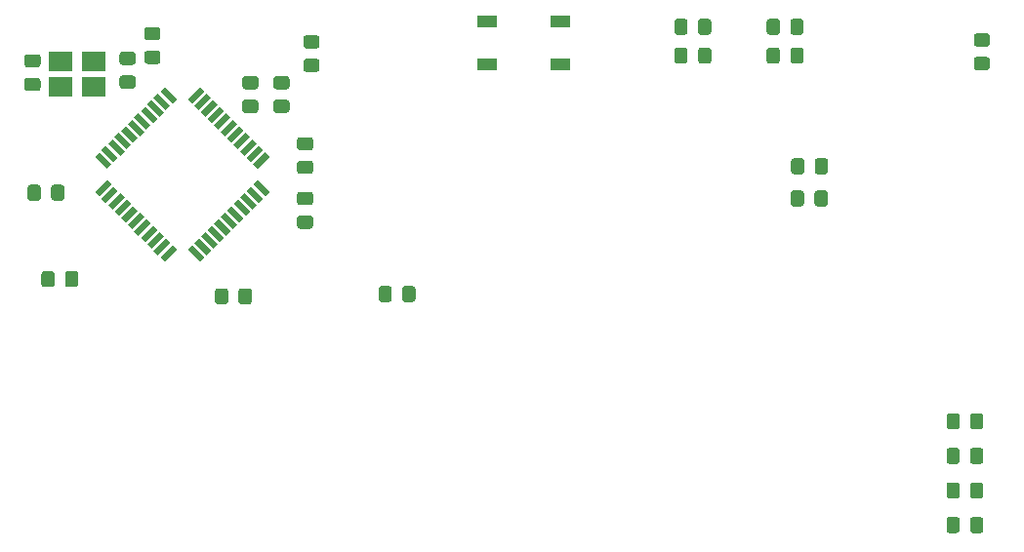
<source format=gbr>
%TF.GenerationSoftware,KiCad,Pcbnew,(5.1.6)-1*%
%TF.CreationDate,2020-09-27T19:15:20-04:00*%
%TF.ProjectId,keybored,6b657962-6f72-4656-942e-6b696361645f,rev?*%
%TF.SameCoordinates,Original*%
%TF.FileFunction,Paste,Top*%
%TF.FilePolarity,Positive*%
%FSLAX46Y46*%
G04 Gerber Fmt 4.6, Leading zero omitted, Abs format (unit mm)*
G04 Created by KiCad (PCBNEW (5.1.6)-1) date 2020-09-27 19:15:20*
%MOMM*%
%LPD*%
G01*
G04 APERTURE LIST*
%ADD10R,2.100000X1.800000*%
%ADD11C,0.100000*%
%ADD12R,1.700000X1.000000*%
G04 APERTURE END LIST*
%TO.C,R7*%
G36*
G01*
X296925000Y-99749999D02*
X296925000Y-100650001D01*
G75*
G02*
X296675001Y-100900000I-249999J0D01*
G01*
X296024999Y-100900000D01*
G75*
G02*
X295775000Y-100650001I0J249999D01*
G01*
X295775000Y-99749999D01*
G75*
G02*
X296024999Y-99500000I249999J0D01*
G01*
X296675001Y-99500000D01*
G75*
G02*
X296925000Y-99749999I0J-249999D01*
G01*
G37*
G36*
G01*
X294875000Y-99749999D02*
X294875000Y-100650001D01*
G75*
G02*
X294625001Y-100900000I-249999J0D01*
G01*
X293974999Y-100900000D01*
G75*
G02*
X293725000Y-100650001I0J249999D01*
G01*
X293725000Y-99749999D01*
G75*
G02*
X293974999Y-99500000I249999J0D01*
G01*
X294625001Y-99500000D01*
G75*
G02*
X294875000Y-99749999I0J-249999D01*
G01*
G37*
%TD*%
%TO.C,R11*%
G36*
G01*
X329500000Y-89550001D02*
X329500000Y-88649999D01*
G75*
G02*
X329749999Y-88400000I249999J0D01*
G01*
X330400001Y-88400000D01*
G75*
G02*
X330650000Y-88649999I0J-249999D01*
G01*
X330650000Y-89550001D01*
G75*
G02*
X330400001Y-89800000I-249999J0D01*
G01*
X329749999Y-89800000D01*
G75*
G02*
X329500000Y-89550001I0J249999D01*
G01*
G37*
G36*
G01*
X331550000Y-89550001D02*
X331550000Y-88649999D01*
G75*
G02*
X331799999Y-88400000I249999J0D01*
G01*
X332450001Y-88400000D01*
G75*
G02*
X332700000Y-88649999I0J-249999D01*
G01*
X332700000Y-89550001D01*
G75*
G02*
X332450001Y-89800000I-249999J0D01*
G01*
X331799999Y-89800000D01*
G75*
G02*
X331550000Y-89550001I0J249999D01*
G01*
G37*
%TD*%
%TO.C,R10*%
G36*
G01*
X331525000Y-92350001D02*
X331525000Y-91449999D01*
G75*
G02*
X331774999Y-91200000I249999J0D01*
G01*
X332425001Y-91200000D01*
G75*
G02*
X332675000Y-91449999I0J-249999D01*
G01*
X332675000Y-92350001D01*
G75*
G02*
X332425001Y-92600000I-249999J0D01*
G01*
X331774999Y-92600000D01*
G75*
G02*
X331525000Y-92350001I0J249999D01*
G01*
G37*
G36*
G01*
X329475000Y-92350001D02*
X329475000Y-91449999D01*
G75*
G02*
X329724999Y-91200000I249999J0D01*
G01*
X330375001Y-91200000D01*
G75*
G02*
X330625000Y-91449999I0J-249999D01*
G01*
X330625000Y-92350001D01*
G75*
G02*
X330375001Y-92600000I-249999J0D01*
G01*
X329724999Y-92600000D01*
G75*
G02*
X329475000Y-92350001I0J249999D01*
G01*
G37*
%TD*%
%TO.C,C7*%
G36*
G01*
X274550001Y-78175000D02*
X273649999Y-78175000D01*
G75*
G02*
X273400000Y-77925001I0J249999D01*
G01*
X273400000Y-77274999D01*
G75*
G02*
X273649999Y-77025000I249999J0D01*
G01*
X274550001Y-77025000D01*
G75*
G02*
X274800000Y-77274999I0J-249999D01*
G01*
X274800000Y-77925001D01*
G75*
G02*
X274550001Y-78175000I-249999J0D01*
G01*
G37*
G36*
G01*
X274550001Y-80225000D02*
X273649999Y-80225000D01*
G75*
G02*
X273400000Y-79975001I0J249999D01*
G01*
X273400000Y-79324999D01*
G75*
G02*
X273649999Y-79075000I249999J0D01*
G01*
X274550001Y-79075000D01*
G75*
G02*
X274800000Y-79324999I0J-249999D01*
G01*
X274800000Y-79975001D01*
G75*
G02*
X274550001Y-80225000I-249999J0D01*
G01*
G37*
%TD*%
%TO.C,C5*%
G36*
G01*
X286899999Y-91325000D02*
X287800001Y-91325000D01*
G75*
G02*
X288050000Y-91574999I0J-249999D01*
G01*
X288050000Y-92225001D01*
G75*
G02*
X287800001Y-92475000I-249999J0D01*
G01*
X286899999Y-92475000D01*
G75*
G02*
X286650000Y-92225001I0J249999D01*
G01*
X286650000Y-91574999D01*
G75*
G02*
X286899999Y-91325000I249999J0D01*
G01*
G37*
G36*
G01*
X286899999Y-93375000D02*
X287800001Y-93375000D01*
G75*
G02*
X288050000Y-93624999I0J-249999D01*
G01*
X288050000Y-94275001D01*
G75*
G02*
X287800001Y-94525000I-249999J0D01*
G01*
X286899999Y-94525000D01*
G75*
G02*
X286650000Y-94275001I0J249999D01*
G01*
X286650000Y-93624999D01*
G75*
G02*
X286899999Y-93375000I249999J0D01*
G01*
G37*
%TD*%
%TO.C,C4*%
G36*
G01*
X283050001Y-82425000D02*
X282149999Y-82425000D01*
G75*
G02*
X281900000Y-82175001I0J249999D01*
G01*
X281900000Y-81524999D01*
G75*
G02*
X282149999Y-81275000I249999J0D01*
G01*
X283050001Y-81275000D01*
G75*
G02*
X283300000Y-81524999I0J-249999D01*
G01*
X283300000Y-82175001D01*
G75*
G02*
X283050001Y-82425000I-249999J0D01*
G01*
G37*
G36*
G01*
X283050001Y-84475000D02*
X282149999Y-84475000D01*
G75*
G02*
X281900000Y-84225001I0J249999D01*
G01*
X281900000Y-83574999D01*
G75*
G02*
X282149999Y-83325000I249999J0D01*
G01*
X283050001Y-83325000D01*
G75*
G02*
X283300000Y-83574999I0J-249999D01*
G01*
X283300000Y-84225001D01*
G75*
G02*
X283050001Y-84475000I-249999J0D01*
G01*
G37*
%TD*%
%TO.C,C3*%
G36*
G01*
X287800001Y-89775000D02*
X286899999Y-89775000D01*
G75*
G02*
X286650000Y-89525001I0J249999D01*
G01*
X286650000Y-88874999D01*
G75*
G02*
X286899999Y-88625000I249999J0D01*
G01*
X287800001Y-88625000D01*
G75*
G02*
X288050000Y-88874999I0J-249999D01*
G01*
X288050000Y-89525001D01*
G75*
G02*
X287800001Y-89775000I-249999J0D01*
G01*
G37*
G36*
G01*
X287800001Y-87725000D02*
X286899999Y-87725000D01*
G75*
G02*
X286650000Y-87475001I0J249999D01*
G01*
X286650000Y-86824999D01*
G75*
G02*
X286899999Y-86575000I249999J0D01*
G01*
X287800001Y-86575000D01*
G75*
G02*
X288050000Y-86824999I0J-249999D01*
G01*
X288050000Y-87475001D01*
G75*
G02*
X287800001Y-87725000I-249999J0D01*
G01*
G37*
%TD*%
%TO.C,C2*%
G36*
G01*
X279525000Y-100850001D02*
X279525000Y-99949999D01*
G75*
G02*
X279774999Y-99700000I249999J0D01*
G01*
X280425001Y-99700000D01*
G75*
G02*
X280675000Y-99949999I0J-249999D01*
G01*
X280675000Y-100850001D01*
G75*
G02*
X280425001Y-101100000I-249999J0D01*
G01*
X279774999Y-101100000D01*
G75*
G02*
X279525000Y-100850001I0J249999D01*
G01*
G37*
G36*
G01*
X281575000Y-100850001D02*
X281575000Y-99949999D01*
G75*
G02*
X281824999Y-99700000I249999J0D01*
G01*
X282475001Y-99700000D01*
G75*
G02*
X282725000Y-99949999I0J-249999D01*
G01*
X282725000Y-100850001D01*
G75*
G02*
X282475001Y-101100000I-249999J0D01*
G01*
X281824999Y-101100000D01*
G75*
G02*
X281575000Y-100850001I0J249999D01*
G01*
G37*
%TD*%
%TO.C,C1*%
G36*
G01*
X265325000Y-91850001D02*
X265325000Y-90949999D01*
G75*
G02*
X265574999Y-90700000I249999J0D01*
G01*
X266225001Y-90700000D01*
G75*
G02*
X266475000Y-90949999I0J-249999D01*
G01*
X266475000Y-91850001D01*
G75*
G02*
X266225001Y-92100000I-249999J0D01*
G01*
X265574999Y-92100000D01*
G75*
G02*
X265325000Y-91850001I0J249999D01*
G01*
G37*
G36*
G01*
X263275000Y-91850001D02*
X263275000Y-90949999D01*
G75*
G02*
X263524999Y-90700000I249999J0D01*
G01*
X264175001Y-90700000D01*
G75*
G02*
X264425000Y-90949999I0J-249999D01*
G01*
X264425000Y-91850001D01*
G75*
G02*
X264175001Y-92100000I-249999J0D01*
G01*
X263524999Y-92100000D01*
G75*
G02*
X263275000Y-91850001I0J249999D01*
G01*
G37*
%TD*%
%TO.C,C12*%
G36*
G01*
X344125000Y-116799999D02*
X344125000Y-117700001D01*
G75*
G02*
X343875001Y-117950000I-249999J0D01*
G01*
X343224999Y-117950000D01*
G75*
G02*
X342975000Y-117700001I0J249999D01*
G01*
X342975000Y-116799999D01*
G75*
G02*
X343224999Y-116550000I249999J0D01*
G01*
X343875001Y-116550000D01*
G75*
G02*
X344125000Y-116799999I0J-249999D01*
G01*
G37*
G36*
G01*
X346175000Y-116799999D02*
X346175000Y-117700001D01*
G75*
G02*
X345925001Y-117950000I-249999J0D01*
G01*
X345274999Y-117950000D01*
G75*
G02*
X345025000Y-117700001I0J249999D01*
G01*
X345025000Y-116799999D01*
G75*
G02*
X345274999Y-116550000I249999J0D01*
G01*
X345925001Y-116550000D01*
G75*
G02*
X346175000Y-116799999I0J-249999D01*
G01*
G37*
%TD*%
%TO.C,C11*%
G36*
G01*
X342975000Y-114700001D02*
X342975000Y-113799999D01*
G75*
G02*
X343224999Y-113550000I249999J0D01*
G01*
X343875001Y-113550000D01*
G75*
G02*
X344125000Y-113799999I0J-249999D01*
G01*
X344125000Y-114700001D01*
G75*
G02*
X343875001Y-114950000I-249999J0D01*
G01*
X343224999Y-114950000D01*
G75*
G02*
X342975000Y-114700001I0J249999D01*
G01*
G37*
G36*
G01*
X345025000Y-114700001D02*
X345025000Y-113799999D01*
G75*
G02*
X345274999Y-113550000I249999J0D01*
G01*
X345925001Y-113550000D01*
G75*
G02*
X346175000Y-113799999I0J-249999D01*
G01*
X346175000Y-114700001D01*
G75*
G02*
X345925001Y-114950000I-249999J0D01*
G01*
X345274999Y-114950000D01*
G75*
G02*
X345025000Y-114700001I0J249999D01*
G01*
G37*
%TD*%
%TO.C,C9*%
G36*
G01*
X285750001Y-82425000D02*
X284849999Y-82425000D01*
G75*
G02*
X284600000Y-82175001I0J249999D01*
G01*
X284600000Y-81524999D01*
G75*
G02*
X284849999Y-81275000I249999J0D01*
G01*
X285750001Y-81275000D01*
G75*
G02*
X286000000Y-81524999I0J-249999D01*
G01*
X286000000Y-82175001D01*
G75*
G02*
X285750001Y-82425000I-249999J0D01*
G01*
G37*
G36*
G01*
X285750001Y-84475000D02*
X284849999Y-84475000D01*
G75*
G02*
X284600000Y-84225001I0J249999D01*
G01*
X284600000Y-83574999D01*
G75*
G02*
X284849999Y-83325000I249999J0D01*
G01*
X285750001Y-83325000D01*
G75*
G02*
X286000000Y-83574999I0J-249999D01*
G01*
X286000000Y-84225001D01*
G75*
G02*
X285750001Y-84475000I-249999J0D01*
G01*
G37*
%TD*%
%TO.C,C8*%
G36*
G01*
X264150001Y-80525000D02*
X263249999Y-80525000D01*
G75*
G02*
X263000000Y-80275001I0J249999D01*
G01*
X263000000Y-79624999D01*
G75*
G02*
X263249999Y-79375000I249999J0D01*
G01*
X264150001Y-79375000D01*
G75*
G02*
X264400000Y-79624999I0J-249999D01*
G01*
X264400000Y-80275001D01*
G75*
G02*
X264150001Y-80525000I-249999J0D01*
G01*
G37*
G36*
G01*
X264150001Y-82575000D02*
X263249999Y-82575000D01*
G75*
G02*
X263000000Y-82325001I0J249999D01*
G01*
X263000000Y-81674999D01*
G75*
G02*
X263249999Y-81425000I249999J0D01*
G01*
X264150001Y-81425000D01*
G75*
G02*
X264400000Y-81674999I0J-249999D01*
G01*
X264400000Y-82325001D01*
G75*
G02*
X264150001Y-82575000I-249999J0D01*
G01*
G37*
%TD*%
%TO.C,C6*%
G36*
G01*
X271499999Y-81215000D02*
X272400001Y-81215000D01*
G75*
G02*
X272650000Y-81464999I0J-249999D01*
G01*
X272650000Y-82115001D01*
G75*
G02*
X272400001Y-82365000I-249999J0D01*
G01*
X271499999Y-82365000D01*
G75*
G02*
X271250000Y-82115001I0J249999D01*
G01*
X271250000Y-81464999D01*
G75*
G02*
X271499999Y-81215000I249999J0D01*
G01*
G37*
G36*
G01*
X271499999Y-79165000D02*
X272400001Y-79165000D01*
G75*
G02*
X272650000Y-79414999I0J-249999D01*
G01*
X272650000Y-80065001D01*
G75*
G02*
X272400001Y-80315000I-249999J0D01*
G01*
X271499999Y-80315000D01*
G75*
G02*
X271250000Y-80065001I0J249999D01*
G01*
X271250000Y-79414999D01*
G75*
G02*
X271499999Y-79165000I249999J0D01*
G01*
G37*
%TD*%
D10*
%TO.C,Y1*%
X269050000Y-79980000D03*
X266150000Y-79980000D03*
X266150000Y-82180000D03*
X269050000Y-82180000D03*
%TD*%
D11*
%TO.C,U1*%
G36*
X283894812Y-87873134D02*
G01*
X284283720Y-88262042D01*
X283223060Y-89322702D01*
X282834152Y-88933794D01*
X283894812Y-87873134D01*
G37*
G36*
X283329126Y-87307449D02*
G01*
X283718034Y-87696357D01*
X282657374Y-88757017D01*
X282268466Y-88368109D01*
X283329126Y-87307449D01*
G37*
G36*
X282763441Y-86741764D02*
G01*
X283152349Y-87130672D01*
X282091689Y-88191332D01*
X281702781Y-87802424D01*
X282763441Y-86741764D01*
G37*
G36*
X282197756Y-86176078D02*
G01*
X282586664Y-86564986D01*
X281526004Y-87625646D01*
X281137096Y-87236738D01*
X282197756Y-86176078D01*
G37*
G36*
X281632070Y-85610393D02*
G01*
X282020978Y-85999301D01*
X280960318Y-87059961D01*
X280571410Y-86671053D01*
X281632070Y-85610393D01*
G37*
G36*
X281066385Y-85044707D02*
G01*
X281455293Y-85433615D01*
X280394633Y-86494275D01*
X280005725Y-86105367D01*
X281066385Y-85044707D01*
G37*
G36*
X280500699Y-84479022D02*
G01*
X280889607Y-84867930D01*
X279828947Y-85928590D01*
X279440039Y-85539682D01*
X280500699Y-84479022D01*
G37*
G36*
X279935014Y-83913336D02*
G01*
X280323922Y-84302244D01*
X279263262Y-85362904D01*
X278874354Y-84973996D01*
X279935014Y-83913336D01*
G37*
G36*
X279369328Y-83347651D02*
G01*
X279758236Y-83736559D01*
X278697576Y-84797219D01*
X278308668Y-84408311D01*
X279369328Y-83347651D01*
G37*
G36*
X278803643Y-82781966D02*
G01*
X279192551Y-83170874D01*
X278131891Y-84231534D01*
X277742983Y-83842626D01*
X278803643Y-82781966D01*
G37*
G36*
X278237958Y-82216280D02*
G01*
X278626866Y-82605188D01*
X277566206Y-83665848D01*
X277177298Y-83276940D01*
X278237958Y-82216280D01*
G37*
G36*
X274773134Y-82605188D02*
G01*
X275162042Y-82216280D01*
X276222702Y-83276940D01*
X275833794Y-83665848D01*
X274773134Y-82605188D01*
G37*
G36*
X274207449Y-83170874D02*
G01*
X274596357Y-82781966D01*
X275657017Y-83842626D01*
X275268109Y-84231534D01*
X274207449Y-83170874D01*
G37*
G36*
X273641764Y-83736559D02*
G01*
X274030672Y-83347651D01*
X275091332Y-84408311D01*
X274702424Y-84797219D01*
X273641764Y-83736559D01*
G37*
G36*
X273076078Y-84302244D02*
G01*
X273464986Y-83913336D01*
X274525646Y-84973996D01*
X274136738Y-85362904D01*
X273076078Y-84302244D01*
G37*
G36*
X272510393Y-84867930D02*
G01*
X272899301Y-84479022D01*
X273959961Y-85539682D01*
X273571053Y-85928590D01*
X272510393Y-84867930D01*
G37*
G36*
X271944707Y-85433615D02*
G01*
X272333615Y-85044707D01*
X273394275Y-86105367D01*
X273005367Y-86494275D01*
X271944707Y-85433615D01*
G37*
G36*
X271379022Y-85999301D02*
G01*
X271767930Y-85610393D01*
X272828590Y-86671053D01*
X272439682Y-87059961D01*
X271379022Y-85999301D01*
G37*
G36*
X270813336Y-86564986D02*
G01*
X271202244Y-86176078D01*
X272262904Y-87236738D01*
X271873996Y-87625646D01*
X270813336Y-86564986D01*
G37*
G36*
X270247651Y-87130672D02*
G01*
X270636559Y-86741764D01*
X271697219Y-87802424D01*
X271308311Y-88191332D01*
X270247651Y-87130672D01*
G37*
G36*
X269681966Y-87696357D02*
G01*
X270070874Y-87307449D01*
X271131534Y-88368109D01*
X270742626Y-88757017D01*
X269681966Y-87696357D01*
G37*
G36*
X269116280Y-88262042D02*
G01*
X269505188Y-87873134D01*
X270565848Y-88933794D01*
X270176940Y-89322702D01*
X269116280Y-88262042D01*
G37*
G36*
X270176940Y-90277298D02*
G01*
X270565848Y-90666206D01*
X269505188Y-91726866D01*
X269116280Y-91337958D01*
X270176940Y-90277298D01*
G37*
G36*
X270742626Y-90842983D02*
G01*
X271131534Y-91231891D01*
X270070874Y-92292551D01*
X269681966Y-91903643D01*
X270742626Y-90842983D01*
G37*
G36*
X271308311Y-91408668D02*
G01*
X271697219Y-91797576D01*
X270636559Y-92858236D01*
X270247651Y-92469328D01*
X271308311Y-91408668D01*
G37*
G36*
X271873996Y-91974354D02*
G01*
X272262904Y-92363262D01*
X271202244Y-93423922D01*
X270813336Y-93035014D01*
X271873996Y-91974354D01*
G37*
G36*
X272439682Y-92540039D02*
G01*
X272828590Y-92928947D01*
X271767930Y-93989607D01*
X271379022Y-93600699D01*
X272439682Y-92540039D01*
G37*
G36*
X273005367Y-93105725D02*
G01*
X273394275Y-93494633D01*
X272333615Y-94555293D01*
X271944707Y-94166385D01*
X273005367Y-93105725D01*
G37*
G36*
X273571053Y-93671410D02*
G01*
X273959961Y-94060318D01*
X272899301Y-95120978D01*
X272510393Y-94732070D01*
X273571053Y-93671410D01*
G37*
G36*
X274136738Y-94237096D02*
G01*
X274525646Y-94626004D01*
X273464986Y-95686664D01*
X273076078Y-95297756D01*
X274136738Y-94237096D01*
G37*
G36*
X274702424Y-94802781D02*
G01*
X275091332Y-95191689D01*
X274030672Y-96252349D01*
X273641764Y-95863441D01*
X274702424Y-94802781D01*
G37*
G36*
X275268109Y-95368466D02*
G01*
X275657017Y-95757374D01*
X274596357Y-96818034D01*
X274207449Y-96429126D01*
X275268109Y-95368466D01*
G37*
G36*
X275833794Y-95934152D02*
G01*
X276222702Y-96323060D01*
X275162042Y-97383720D01*
X274773134Y-96994812D01*
X275833794Y-95934152D01*
G37*
G36*
X277177298Y-96323060D02*
G01*
X277566206Y-95934152D01*
X278626866Y-96994812D01*
X278237958Y-97383720D01*
X277177298Y-96323060D01*
G37*
G36*
X277742983Y-95757374D02*
G01*
X278131891Y-95368466D01*
X279192551Y-96429126D01*
X278803643Y-96818034D01*
X277742983Y-95757374D01*
G37*
G36*
X278308668Y-95191689D02*
G01*
X278697576Y-94802781D01*
X279758236Y-95863441D01*
X279369328Y-96252349D01*
X278308668Y-95191689D01*
G37*
G36*
X278874354Y-94626004D02*
G01*
X279263262Y-94237096D01*
X280323922Y-95297756D01*
X279935014Y-95686664D01*
X278874354Y-94626004D01*
G37*
G36*
X279440039Y-94060318D02*
G01*
X279828947Y-93671410D01*
X280889607Y-94732070D01*
X280500699Y-95120978D01*
X279440039Y-94060318D01*
G37*
G36*
X280005725Y-93494633D02*
G01*
X280394633Y-93105725D01*
X281455293Y-94166385D01*
X281066385Y-94555293D01*
X280005725Y-93494633D01*
G37*
G36*
X280571410Y-92928947D02*
G01*
X280960318Y-92540039D01*
X282020978Y-93600699D01*
X281632070Y-93989607D01*
X280571410Y-92928947D01*
G37*
G36*
X281137096Y-92363262D02*
G01*
X281526004Y-91974354D01*
X282586664Y-93035014D01*
X282197756Y-93423922D01*
X281137096Y-92363262D01*
G37*
G36*
X281702781Y-91797576D02*
G01*
X282091689Y-91408668D01*
X283152349Y-92469328D01*
X282763441Y-92858236D01*
X281702781Y-91797576D01*
G37*
G36*
X282268466Y-91231891D02*
G01*
X282657374Y-90842983D01*
X283718034Y-91903643D01*
X283329126Y-92292551D01*
X282268466Y-91231891D01*
G37*
G36*
X282834152Y-90666206D02*
G01*
X283223060Y-90277298D01*
X284283720Y-91337958D01*
X283894812Y-91726866D01*
X282834152Y-90666206D01*
G37*
%TD*%
D12*
%TO.C,SW1*%
X303150000Y-76500000D03*
X309450000Y-76500000D03*
X303150000Y-80300000D03*
X309450000Y-80300000D03*
%TD*%
%TO.C,R9*%
G36*
G01*
X345025000Y-120700001D02*
X345025000Y-119799999D01*
G75*
G02*
X345274999Y-119550000I249999J0D01*
G01*
X345925001Y-119550000D01*
G75*
G02*
X346175000Y-119799999I0J-249999D01*
G01*
X346175000Y-120700001D01*
G75*
G02*
X345925001Y-120950000I-249999J0D01*
G01*
X345274999Y-120950000D01*
G75*
G02*
X345025000Y-120700001I0J249999D01*
G01*
G37*
G36*
G01*
X342975000Y-120700001D02*
X342975000Y-119799999D01*
G75*
G02*
X343224999Y-119550000I249999J0D01*
G01*
X343875001Y-119550000D01*
G75*
G02*
X344125000Y-119799999I0J-249999D01*
G01*
X344125000Y-120700001D01*
G75*
G02*
X343875001Y-120950000I-249999J0D01*
G01*
X343224999Y-120950000D01*
G75*
G02*
X342975000Y-120700001I0J249999D01*
G01*
G37*
%TD*%
%TO.C,R8*%
G36*
G01*
X346175000Y-110799999D02*
X346175000Y-111700001D01*
G75*
G02*
X345925001Y-111950000I-249999J0D01*
G01*
X345274999Y-111950000D01*
G75*
G02*
X345025000Y-111700001I0J249999D01*
G01*
X345025000Y-110799999D01*
G75*
G02*
X345274999Y-110550000I249999J0D01*
G01*
X345925001Y-110550000D01*
G75*
G02*
X346175000Y-110799999I0J-249999D01*
G01*
G37*
G36*
G01*
X344125000Y-110799999D02*
X344125000Y-111700001D01*
G75*
G02*
X343875001Y-111950000I-249999J0D01*
G01*
X343224999Y-111950000D01*
G75*
G02*
X342975000Y-111700001I0J249999D01*
G01*
X342975000Y-110799999D01*
G75*
G02*
X343224999Y-110550000I249999J0D01*
G01*
X343875001Y-110550000D01*
G75*
G02*
X344125000Y-110799999I0J-249999D01*
G01*
G37*
%TD*%
%TO.C,R5*%
G36*
G01*
X266525000Y-99350001D02*
X266525000Y-98449999D01*
G75*
G02*
X266774999Y-98200000I249999J0D01*
G01*
X267425001Y-98200000D01*
G75*
G02*
X267675000Y-98449999I0J-249999D01*
G01*
X267675000Y-99350001D01*
G75*
G02*
X267425001Y-99600000I-249999J0D01*
G01*
X266774999Y-99600000D01*
G75*
G02*
X266525000Y-99350001I0J249999D01*
G01*
G37*
G36*
G01*
X264475000Y-99350001D02*
X264475000Y-98449999D01*
G75*
G02*
X264724999Y-98200000I249999J0D01*
G01*
X265375001Y-98200000D01*
G75*
G02*
X265625000Y-98449999I0J-249999D01*
G01*
X265625000Y-99350001D01*
G75*
G02*
X265375001Y-99600000I-249999J0D01*
G01*
X264724999Y-99600000D01*
G75*
G02*
X264475000Y-99350001I0J249999D01*
G01*
G37*
%TD*%
%TO.C,R4*%
G36*
G01*
X319375000Y-79950001D02*
X319375000Y-79049999D01*
G75*
G02*
X319624999Y-78800000I249999J0D01*
G01*
X320275001Y-78800000D01*
G75*
G02*
X320525000Y-79049999I0J-249999D01*
G01*
X320525000Y-79950001D01*
G75*
G02*
X320275001Y-80200000I-249999J0D01*
G01*
X319624999Y-80200000D01*
G75*
G02*
X319375000Y-79950001I0J249999D01*
G01*
G37*
G36*
G01*
X321425000Y-79950001D02*
X321425000Y-79049999D01*
G75*
G02*
X321674999Y-78800000I249999J0D01*
G01*
X322325001Y-78800000D01*
G75*
G02*
X322575000Y-79049999I0J-249999D01*
G01*
X322575000Y-79950001D01*
G75*
G02*
X322325001Y-80200000I-249999J0D01*
G01*
X321674999Y-80200000D01*
G75*
G02*
X321425000Y-79950001I0J249999D01*
G01*
G37*
%TD*%
%TO.C,R3*%
G36*
G01*
X321425000Y-77450001D02*
X321425000Y-76549999D01*
G75*
G02*
X321674999Y-76300000I249999J0D01*
G01*
X322325001Y-76300000D01*
G75*
G02*
X322575000Y-76549999I0J-249999D01*
G01*
X322575000Y-77450001D01*
G75*
G02*
X322325001Y-77700000I-249999J0D01*
G01*
X321674999Y-77700000D01*
G75*
G02*
X321425000Y-77450001I0J249999D01*
G01*
G37*
G36*
G01*
X319375000Y-77450001D02*
X319375000Y-76549999D01*
G75*
G02*
X319624999Y-76300000I249999J0D01*
G01*
X320275001Y-76300000D01*
G75*
G02*
X320525000Y-76549999I0J-249999D01*
G01*
X320525000Y-77450001D01*
G75*
G02*
X320275001Y-77700000I-249999J0D01*
G01*
X319624999Y-77700000D01*
G75*
G02*
X319375000Y-77450001I0J249999D01*
G01*
G37*
%TD*%
%TO.C,R2*%
G36*
G01*
X327375000Y-77450001D02*
X327375000Y-76549999D01*
G75*
G02*
X327624999Y-76300000I249999J0D01*
G01*
X328275001Y-76300000D01*
G75*
G02*
X328525000Y-76549999I0J-249999D01*
G01*
X328525000Y-77450001D01*
G75*
G02*
X328275001Y-77700000I-249999J0D01*
G01*
X327624999Y-77700000D01*
G75*
G02*
X327375000Y-77450001I0J249999D01*
G01*
G37*
G36*
G01*
X329425000Y-77450001D02*
X329425000Y-76549999D01*
G75*
G02*
X329674999Y-76300000I249999J0D01*
G01*
X330325001Y-76300000D01*
G75*
G02*
X330575000Y-76549999I0J-249999D01*
G01*
X330575000Y-77450001D01*
G75*
G02*
X330325001Y-77700000I-249999J0D01*
G01*
X329674999Y-77700000D01*
G75*
G02*
X329425000Y-77450001I0J249999D01*
G01*
G37*
%TD*%
%TO.C,R1*%
G36*
G01*
X329425000Y-79950001D02*
X329425000Y-79049999D01*
G75*
G02*
X329674999Y-78800000I249999J0D01*
G01*
X330325001Y-78800000D01*
G75*
G02*
X330575000Y-79049999I0J-249999D01*
G01*
X330575000Y-79950001D01*
G75*
G02*
X330325001Y-80200000I-249999J0D01*
G01*
X329674999Y-80200000D01*
G75*
G02*
X329425000Y-79950001I0J249999D01*
G01*
G37*
G36*
G01*
X327375000Y-79950001D02*
X327375000Y-79049999D01*
G75*
G02*
X327624999Y-78800000I249999J0D01*
G01*
X328275001Y-78800000D01*
G75*
G02*
X328525000Y-79049999I0J-249999D01*
G01*
X328525000Y-79950001D01*
G75*
G02*
X328275001Y-80200000I-249999J0D01*
G01*
X327624999Y-80200000D01*
G75*
G02*
X327375000Y-79950001I0J249999D01*
G01*
G37*
%TD*%
%TO.C,C10*%
G36*
G01*
X346490001Y-78715000D02*
X345589999Y-78715000D01*
G75*
G02*
X345340000Y-78465001I0J249999D01*
G01*
X345340000Y-77814999D01*
G75*
G02*
X345589999Y-77565000I249999J0D01*
G01*
X346490001Y-77565000D01*
G75*
G02*
X346740000Y-77814999I0J-249999D01*
G01*
X346740000Y-78465001D01*
G75*
G02*
X346490001Y-78715000I-249999J0D01*
G01*
G37*
G36*
G01*
X346490001Y-80765000D02*
X345589999Y-80765000D01*
G75*
G02*
X345340000Y-80515001I0J249999D01*
G01*
X345340000Y-79864999D01*
G75*
G02*
X345589999Y-79615000I249999J0D01*
G01*
X346490001Y-79615000D01*
G75*
G02*
X346740000Y-79864999I0J-249999D01*
G01*
X346740000Y-80515001D01*
G75*
G02*
X346490001Y-80765000I-249999J0D01*
G01*
G37*
%TD*%
%TO.C,R6*%
G36*
G01*
X288350001Y-80925000D02*
X287449999Y-80925000D01*
G75*
G02*
X287200000Y-80675001I0J249999D01*
G01*
X287200000Y-80024999D01*
G75*
G02*
X287449999Y-79775000I249999J0D01*
G01*
X288350001Y-79775000D01*
G75*
G02*
X288600000Y-80024999I0J-249999D01*
G01*
X288600000Y-80675001D01*
G75*
G02*
X288350001Y-80925000I-249999J0D01*
G01*
G37*
G36*
G01*
X288350001Y-78875000D02*
X287449999Y-78875000D01*
G75*
G02*
X287200000Y-78625001I0J249999D01*
G01*
X287200000Y-77974999D01*
G75*
G02*
X287449999Y-77725000I249999J0D01*
G01*
X288350001Y-77725000D01*
G75*
G02*
X288600000Y-77974999I0J-249999D01*
G01*
X288600000Y-78625001D01*
G75*
G02*
X288350001Y-78875000I-249999J0D01*
G01*
G37*
%TD*%
M02*

</source>
